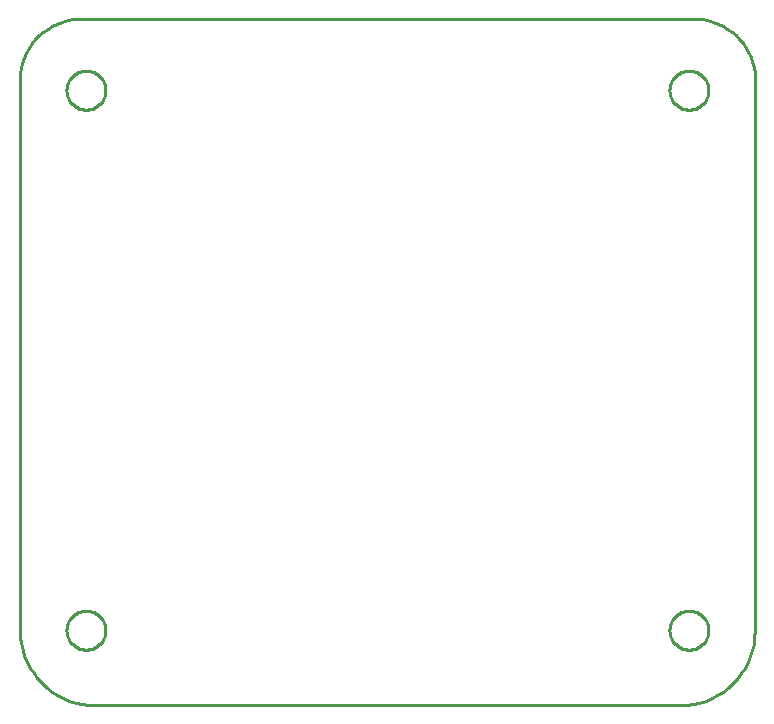
<source format=gbr>
G04 EAGLE Gerber RS-274X export*
G75*
%MOMM*%
%FSLAX34Y34*%
%LPD*%
%IN*%
%IPPOS*%
%AMOC8*
5,1,8,0,0,1.08239X$1,22.5*%
G01*
%ADD10C,0.254000*%


D10*
X0Y63500D02*
X242Y57966D01*
X965Y52473D01*
X2164Y47065D01*
X3830Y41782D01*
X5949Y36664D01*
X8507Y31750D01*
X11484Y27078D01*
X14856Y22683D01*
X18599Y18599D01*
X22683Y14856D01*
X27078Y11484D01*
X31750Y8507D01*
X36664Y5949D01*
X41782Y3830D01*
X47065Y2164D01*
X52473Y965D01*
X57966Y242D01*
X63500Y0D01*
X559001Y0D01*
X564500Y240D01*
X569958Y959D01*
X575332Y2150D01*
X580582Y3805D01*
X585668Y5912D01*
X590550Y8454D01*
X595193Y11411D01*
X599560Y14762D01*
X603619Y18481D01*
X607338Y22540D01*
X610689Y26907D01*
X613646Y31550D01*
X616188Y36432D01*
X618295Y41518D01*
X619950Y46768D01*
X621141Y52142D01*
X621860Y57600D01*
X622100Y63099D01*
X622100Y535495D01*
X621350Y539981D01*
X620211Y544386D01*
X618693Y548674D01*
X616807Y552813D01*
X614567Y556773D01*
X611991Y560522D01*
X609098Y564032D01*
X605910Y567277D01*
X602451Y570231D01*
X598748Y572873D01*
X594829Y575182D01*
X590723Y577141D01*
X586462Y578735D01*
X582079Y579951D01*
X577606Y580780D01*
X573078Y581216D01*
X568530Y581257D01*
X563995Y580900D01*
X58493Y580900D01*
X53924Y581255D01*
X49342Y581211D01*
X44781Y580767D01*
X40276Y579927D01*
X35861Y578698D01*
X31571Y577089D01*
X27437Y575112D01*
X23490Y572783D01*
X19762Y570118D01*
X16281Y567138D01*
X13072Y563867D01*
X10161Y560328D01*
X7569Y556549D01*
X5316Y552558D01*
X3420Y548386D01*
X1895Y544065D01*
X752Y539628D01*
X0Y535107D01*
X0Y63500D01*
X582920Y520160D02*
X582849Y519082D01*
X582708Y518011D01*
X582498Y516951D01*
X582218Y515908D01*
X581871Y514885D01*
X581457Y513887D01*
X580980Y512918D01*
X580439Y511982D01*
X579839Y511084D01*
X579182Y510227D01*
X578469Y509415D01*
X577705Y508651D01*
X576893Y507939D01*
X576036Y507281D01*
X575138Y506681D01*
X574202Y506141D01*
X573233Y505663D01*
X572235Y505249D01*
X571212Y504902D01*
X570169Y504622D01*
X569109Y504412D01*
X568038Y504271D01*
X566960Y504200D01*
X565880Y504200D01*
X564802Y504271D01*
X563731Y504412D01*
X562671Y504622D01*
X561628Y504902D01*
X560605Y505249D01*
X559607Y505663D01*
X558638Y506141D01*
X557702Y506681D01*
X556804Y507281D01*
X555947Y507939D01*
X555135Y508651D01*
X554371Y509415D01*
X553659Y510227D01*
X553001Y511084D01*
X552401Y511982D01*
X551861Y512918D01*
X551383Y513887D01*
X550969Y514885D01*
X550622Y515908D01*
X550342Y516951D01*
X550132Y518011D01*
X549991Y519082D01*
X549920Y520160D01*
X549920Y521240D01*
X549991Y522318D01*
X550132Y523389D01*
X550342Y524449D01*
X550622Y525492D01*
X550969Y526515D01*
X551383Y527513D01*
X551861Y528482D01*
X552401Y529418D01*
X553001Y530316D01*
X553659Y531173D01*
X554371Y531985D01*
X555135Y532749D01*
X555947Y533462D01*
X556804Y534119D01*
X557702Y534719D01*
X558638Y535260D01*
X559607Y535737D01*
X560605Y536151D01*
X561628Y536498D01*
X562671Y536778D01*
X563731Y536988D01*
X564802Y537129D01*
X565880Y537200D01*
X566960Y537200D01*
X568038Y537129D01*
X569109Y536988D01*
X570169Y536778D01*
X571212Y536498D01*
X572235Y536151D01*
X573233Y535737D01*
X574202Y535260D01*
X575138Y534719D01*
X576036Y534119D01*
X576893Y533462D01*
X577705Y532749D01*
X578469Y531985D01*
X579182Y531173D01*
X579839Y530316D01*
X580439Y529418D01*
X580980Y528482D01*
X581457Y527513D01*
X581871Y526515D01*
X582218Y525492D01*
X582498Y524449D01*
X582708Y523389D01*
X582849Y522318D01*
X582920Y521240D01*
X582920Y520160D01*
X72380Y520160D02*
X72309Y519082D01*
X72168Y518011D01*
X71958Y516951D01*
X71678Y515908D01*
X71331Y514885D01*
X70917Y513887D01*
X70440Y512918D01*
X69899Y511982D01*
X69299Y511084D01*
X68642Y510227D01*
X67929Y509415D01*
X67165Y508651D01*
X66353Y507939D01*
X65496Y507281D01*
X64598Y506681D01*
X63662Y506141D01*
X62693Y505663D01*
X61695Y505249D01*
X60672Y504902D01*
X59629Y504622D01*
X58569Y504412D01*
X57498Y504271D01*
X56420Y504200D01*
X55340Y504200D01*
X54262Y504271D01*
X53191Y504412D01*
X52131Y504622D01*
X51088Y504902D01*
X50065Y505249D01*
X49067Y505663D01*
X48098Y506141D01*
X47162Y506681D01*
X46264Y507281D01*
X45407Y507939D01*
X44595Y508651D01*
X43831Y509415D01*
X43119Y510227D01*
X42461Y511084D01*
X41861Y511982D01*
X41321Y512918D01*
X40843Y513887D01*
X40429Y514885D01*
X40082Y515908D01*
X39802Y516951D01*
X39592Y518011D01*
X39451Y519082D01*
X39380Y520160D01*
X39380Y521240D01*
X39451Y522318D01*
X39592Y523389D01*
X39802Y524449D01*
X40082Y525492D01*
X40429Y526515D01*
X40843Y527513D01*
X41321Y528482D01*
X41861Y529418D01*
X42461Y530316D01*
X43119Y531173D01*
X43831Y531985D01*
X44595Y532749D01*
X45407Y533462D01*
X46264Y534119D01*
X47162Y534719D01*
X48098Y535260D01*
X49067Y535737D01*
X50065Y536151D01*
X51088Y536498D01*
X52131Y536778D01*
X53191Y536988D01*
X54262Y537129D01*
X55340Y537200D01*
X56420Y537200D01*
X57498Y537129D01*
X58569Y536988D01*
X59629Y536778D01*
X60672Y536498D01*
X61695Y536151D01*
X62693Y535737D01*
X63662Y535260D01*
X64598Y534719D01*
X65496Y534119D01*
X66353Y533462D01*
X67165Y532749D01*
X67929Y531985D01*
X68642Y531173D01*
X69299Y530316D01*
X69899Y529418D01*
X70440Y528482D01*
X70917Y527513D01*
X71331Y526515D01*
X71678Y525492D01*
X71958Y524449D01*
X72168Y523389D01*
X72309Y522318D01*
X72380Y521240D01*
X72380Y520160D01*
X582920Y62960D02*
X582849Y61882D01*
X582708Y60811D01*
X582498Y59751D01*
X582218Y58708D01*
X581871Y57685D01*
X581457Y56687D01*
X580980Y55718D01*
X580439Y54782D01*
X579839Y53884D01*
X579182Y53027D01*
X578469Y52215D01*
X577705Y51451D01*
X576893Y50739D01*
X576036Y50081D01*
X575138Y49481D01*
X574202Y48941D01*
X573233Y48463D01*
X572235Y48049D01*
X571212Y47702D01*
X570169Y47422D01*
X569109Y47212D01*
X568038Y47071D01*
X566960Y47000D01*
X565880Y47000D01*
X564802Y47071D01*
X563731Y47212D01*
X562671Y47422D01*
X561628Y47702D01*
X560605Y48049D01*
X559607Y48463D01*
X558638Y48941D01*
X557702Y49481D01*
X556804Y50081D01*
X555947Y50739D01*
X555135Y51451D01*
X554371Y52215D01*
X553659Y53027D01*
X553001Y53884D01*
X552401Y54782D01*
X551861Y55718D01*
X551383Y56687D01*
X550969Y57685D01*
X550622Y58708D01*
X550342Y59751D01*
X550132Y60811D01*
X549991Y61882D01*
X549920Y62960D01*
X549920Y64040D01*
X549991Y65118D01*
X550132Y66189D01*
X550342Y67249D01*
X550622Y68292D01*
X550969Y69315D01*
X551383Y70313D01*
X551861Y71282D01*
X552401Y72218D01*
X553001Y73116D01*
X553659Y73973D01*
X554371Y74785D01*
X555135Y75549D01*
X555947Y76262D01*
X556804Y76919D01*
X557702Y77519D01*
X558638Y78060D01*
X559607Y78537D01*
X560605Y78951D01*
X561628Y79298D01*
X562671Y79578D01*
X563731Y79788D01*
X564802Y79929D01*
X565880Y80000D01*
X566960Y80000D01*
X568038Y79929D01*
X569109Y79788D01*
X570169Y79578D01*
X571212Y79298D01*
X572235Y78951D01*
X573233Y78537D01*
X574202Y78060D01*
X575138Y77519D01*
X576036Y76919D01*
X576893Y76262D01*
X577705Y75549D01*
X578469Y74785D01*
X579182Y73973D01*
X579839Y73116D01*
X580439Y72218D01*
X580980Y71282D01*
X581457Y70313D01*
X581871Y69315D01*
X582218Y68292D01*
X582498Y67249D01*
X582708Y66189D01*
X582849Y65118D01*
X582920Y64040D01*
X582920Y62960D01*
X72380Y62960D02*
X72309Y61882D01*
X72168Y60811D01*
X71958Y59751D01*
X71678Y58708D01*
X71331Y57685D01*
X70917Y56687D01*
X70440Y55718D01*
X69899Y54782D01*
X69299Y53884D01*
X68642Y53027D01*
X67929Y52215D01*
X67165Y51451D01*
X66353Y50739D01*
X65496Y50081D01*
X64598Y49481D01*
X63662Y48941D01*
X62693Y48463D01*
X61695Y48049D01*
X60672Y47702D01*
X59629Y47422D01*
X58569Y47212D01*
X57498Y47071D01*
X56420Y47000D01*
X55340Y47000D01*
X54262Y47071D01*
X53191Y47212D01*
X52131Y47422D01*
X51088Y47702D01*
X50065Y48049D01*
X49067Y48463D01*
X48098Y48941D01*
X47162Y49481D01*
X46264Y50081D01*
X45407Y50739D01*
X44595Y51451D01*
X43831Y52215D01*
X43119Y53027D01*
X42461Y53884D01*
X41861Y54782D01*
X41321Y55718D01*
X40843Y56687D01*
X40429Y57685D01*
X40082Y58708D01*
X39802Y59751D01*
X39592Y60811D01*
X39451Y61882D01*
X39380Y62960D01*
X39380Y64040D01*
X39451Y65118D01*
X39592Y66189D01*
X39802Y67249D01*
X40082Y68292D01*
X40429Y69315D01*
X40843Y70313D01*
X41321Y71282D01*
X41861Y72218D01*
X42461Y73116D01*
X43119Y73973D01*
X43831Y74785D01*
X44595Y75549D01*
X45407Y76262D01*
X46264Y76919D01*
X47162Y77519D01*
X48098Y78060D01*
X49067Y78537D01*
X50065Y78951D01*
X51088Y79298D01*
X52131Y79578D01*
X53191Y79788D01*
X54262Y79929D01*
X55340Y80000D01*
X56420Y80000D01*
X57498Y79929D01*
X58569Y79788D01*
X59629Y79578D01*
X60672Y79298D01*
X61695Y78951D01*
X62693Y78537D01*
X63662Y78060D01*
X64598Y77519D01*
X65496Y76919D01*
X66353Y76262D01*
X67165Y75549D01*
X67929Y74785D01*
X68642Y73973D01*
X69299Y73116D01*
X69899Y72218D01*
X70440Y71282D01*
X70917Y70313D01*
X71331Y69315D01*
X71678Y68292D01*
X71958Y67249D01*
X72168Y66189D01*
X72309Y65118D01*
X72380Y64040D01*
X72380Y62960D01*
M02*

</source>
